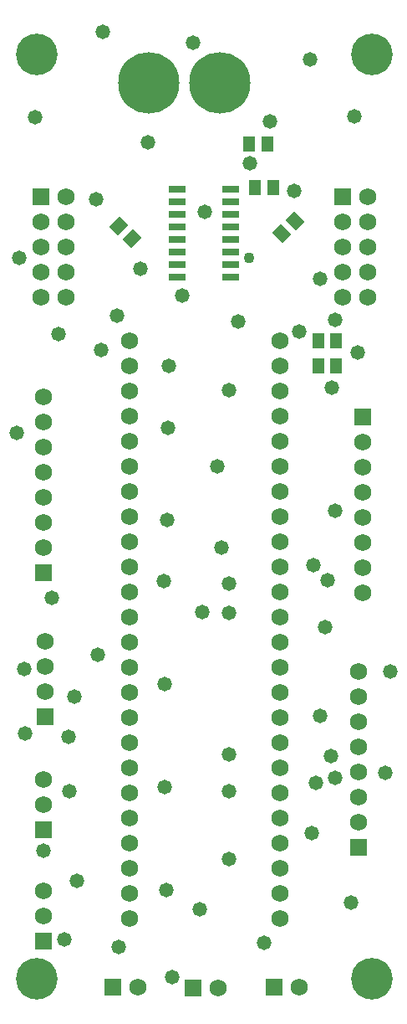
<source format=gts>
G04*
G04 #@! TF.GenerationSoftware,Altium Limited,Altium Designer,19.1.8 (144)*
G04*
G04 Layer_Color=8388736*
%FSLAX25Y25*%
%MOIN*%
G70*
G01*
G75*
%ADD18R,0.04934X0.06312*%
%ADD19R,0.04934X0.05918*%
G04:AMPARAMS|DCode=20|XSize=59.18mil|YSize=49.34mil|CornerRadius=0mil|HoleSize=0mil|Usage=FLASHONLY|Rotation=315.000|XOffset=0mil|YOffset=0mil|HoleType=Round|Shape=Rectangle|*
%AMROTATEDRECTD20*
4,1,4,-0.03837,0.00348,-0.00348,0.03837,0.03837,-0.00348,0.00348,-0.03837,-0.03837,0.00348,0.0*
%
%ADD20ROTATEDRECTD20*%

%ADD21R,0.06902X0.03162*%
G04:AMPARAMS|DCode=22|XSize=59.18mil|YSize=49.34mil|CornerRadius=0mil|HoleSize=0mil|Usage=FLASHONLY|Rotation=225.000|XOffset=0mil|YOffset=0mil|HoleType=Round|Shape=Rectangle|*
%AMROTATEDRECTD22*
4,1,4,0.00348,0.03837,0.03837,0.00348,-0.00348,-0.03837,-0.03837,-0.00348,0.00348,0.03837,0.0*
%
%ADD22ROTATEDRECTD22*%

%ADD23R,0.06800X0.06800*%
%ADD24C,0.06800*%
%ADD25R,0.06800X0.06800*%
%ADD26C,0.24422*%
%ADD27C,0.16548*%
%ADD28C,0.05800*%
%ADD29C,0.04343*%
D18*
X107874Y348031D02*
D03*
X100591D02*
D03*
X135236Y269685D02*
D03*
X127953D02*
D03*
X109941Y330709D02*
D03*
X102657D02*
D03*
D19*
X127953Y259842D02*
D03*
X135236D02*
D03*
D20*
X118717Y317536D02*
D03*
X113567Y312386D02*
D03*
D21*
X93110Y295020D02*
D03*
Y300020D02*
D03*
Y305020D02*
D03*
Y310020D02*
D03*
Y315020D02*
D03*
Y320020D02*
D03*
Y325020D02*
D03*
Y330020D02*
D03*
X71850Y295020D02*
D03*
Y300020D02*
D03*
Y305020D02*
D03*
Y310020D02*
D03*
Y315020D02*
D03*
Y320020D02*
D03*
Y325020D02*
D03*
Y330020D02*
D03*
D22*
X53756Y310417D02*
D03*
X48606Y315567D02*
D03*
D23*
X143996Y68012D02*
D03*
X18504Y30689D02*
D03*
Y74980D02*
D03*
X18996Y120020D02*
D03*
X145866Y239409D02*
D03*
X137638Y327087D02*
D03*
X18504Y177480D02*
D03*
X17559Y327244D02*
D03*
D24*
X143996Y78012D02*
D03*
Y88012D02*
D03*
Y98012D02*
D03*
Y108012D02*
D03*
Y118012D02*
D03*
Y128012D02*
D03*
Y138012D02*
D03*
X120276Y12402D02*
D03*
X88150Y12205D02*
D03*
X55965Y12402D02*
D03*
X18504Y40689D02*
D03*
Y50689D02*
D03*
Y84980D02*
D03*
Y94980D02*
D03*
X18996Y150020D02*
D03*
Y140020D02*
D03*
Y130020D02*
D03*
X112894Y109744D02*
D03*
Y119744D02*
D03*
Y129744D02*
D03*
Y269744D02*
D03*
Y259744D02*
D03*
Y249744D02*
D03*
X52894Y129744D02*
D03*
X112894Y99744D02*
D03*
Y89744D02*
D03*
Y79744D02*
D03*
Y69744D02*
D03*
Y59744D02*
D03*
Y49744D02*
D03*
Y39744D02*
D03*
X52894D02*
D03*
Y49744D02*
D03*
Y59744D02*
D03*
Y69744D02*
D03*
Y79744D02*
D03*
Y89744D02*
D03*
Y99744D02*
D03*
Y109744D02*
D03*
Y119744D02*
D03*
X112894Y239744D02*
D03*
Y229744D02*
D03*
Y219744D02*
D03*
Y209744D02*
D03*
Y199744D02*
D03*
Y189744D02*
D03*
Y179744D02*
D03*
Y169744D02*
D03*
Y159744D02*
D03*
Y149744D02*
D03*
Y139744D02*
D03*
X52894D02*
D03*
Y149744D02*
D03*
Y159744D02*
D03*
Y169744D02*
D03*
Y179744D02*
D03*
Y189744D02*
D03*
Y199744D02*
D03*
Y209744D02*
D03*
Y219744D02*
D03*
Y229744D02*
D03*
Y239744D02*
D03*
Y249744D02*
D03*
Y259744D02*
D03*
Y269744D02*
D03*
X145866Y169409D02*
D03*
Y179409D02*
D03*
Y189409D02*
D03*
Y199409D02*
D03*
Y209409D02*
D03*
Y219409D02*
D03*
Y229410D02*
D03*
X147638Y327087D02*
D03*
Y317087D02*
D03*
X137638D02*
D03*
Y307087D02*
D03*
Y297087D02*
D03*
Y287087D02*
D03*
X147638Y307087D02*
D03*
Y297087D02*
D03*
Y287087D02*
D03*
X18504Y247480D02*
D03*
Y237480D02*
D03*
Y227480D02*
D03*
Y217480D02*
D03*
Y207480D02*
D03*
Y197480D02*
D03*
Y187480D02*
D03*
X27559Y327244D02*
D03*
Y317244D02*
D03*
X17559D02*
D03*
Y307244D02*
D03*
Y297244D02*
D03*
Y287244D02*
D03*
X27559Y307244D02*
D03*
Y297244D02*
D03*
Y287244D02*
D03*
D25*
X110276Y12402D02*
D03*
X78150Y12205D02*
D03*
X45965Y12402D02*
D03*
D26*
X60347Y372500D02*
D03*
X88693D02*
D03*
D27*
X149606Y383858D02*
D03*
X15748D02*
D03*
Y15748D02*
D03*
X149606D02*
D03*
D28*
X68504Y259842D02*
D03*
X68110Y235039D02*
D03*
X87795Y219685D02*
D03*
X67716Y198425D02*
D03*
X89370Y187402D02*
D03*
X8661Y302756D02*
D03*
X57087Y298425D02*
D03*
X41339Y266142D02*
D03*
X47638Y279921D02*
D03*
X24409Y272441D02*
D03*
X7874Y233071D02*
D03*
X21654Y167323D02*
D03*
X40157Y144882D02*
D03*
X30709Y127953D02*
D03*
X28740Y90551D02*
D03*
X10630Y138976D02*
D03*
X11024Y113386D02*
D03*
X26772Y31496D02*
D03*
X18504Y66929D02*
D03*
X31890Y54724D02*
D03*
X81890Y161811D02*
D03*
X66929Y133071D02*
D03*
Y92126D02*
D03*
X67323Y51181D02*
D03*
X92520Y63386D02*
D03*
X48425Y28346D02*
D03*
X69685Y16535D02*
D03*
X106559Y30055D02*
D03*
X140945Y46063D02*
D03*
X125591Y73622D02*
D03*
X134646Y95669D02*
D03*
X154724Y97638D02*
D03*
X156693Y138189D02*
D03*
X128740Y120472D02*
D03*
X130709Y155905D02*
D03*
X134646Y201969D02*
D03*
X133465Y251181D02*
D03*
X143701Y264961D02*
D03*
X134646Y277953D02*
D03*
X128740Y294488D02*
D03*
X142520Y359055D02*
D03*
X108661Y357087D02*
D03*
X77953Y388583D02*
D03*
X124803Y381890D02*
D03*
X42126Y392913D02*
D03*
X14961Y358661D02*
D03*
X39370Y325984D02*
D03*
X96063Y277559D02*
D03*
X118504Y329528D02*
D03*
X82677Y321260D02*
D03*
X73622Y287795D02*
D03*
X60236Y348819D02*
D03*
X80709Y43307D02*
D03*
X92520Y250000D02*
D03*
X28605Y112205D02*
D03*
X92520Y90551D02*
D03*
Y173228D02*
D03*
X120423Y273465D02*
D03*
X100689Y340551D02*
D03*
X66437Y174213D02*
D03*
X92323Y161417D02*
D03*
X92421Y105217D02*
D03*
X126083Y180512D02*
D03*
X131890Y174508D02*
D03*
X126969Y93602D02*
D03*
X132972Y104429D02*
D03*
D29*
X100394Y302756D02*
D03*
M02*

</source>
